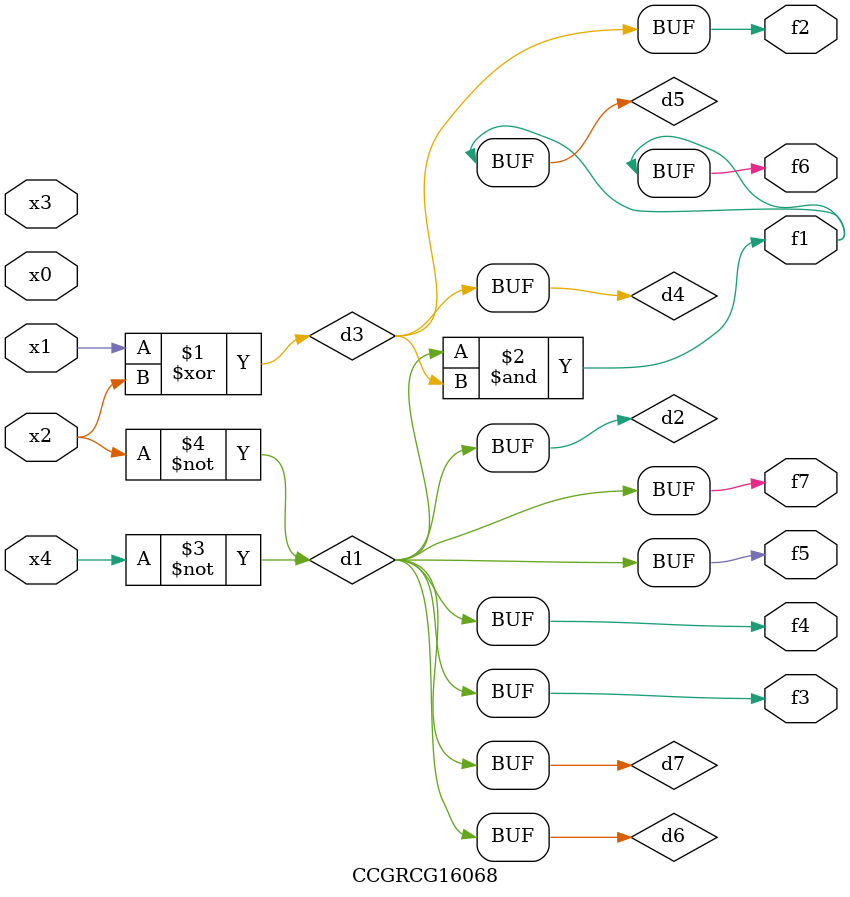
<source format=v>
module CCGRCG16068(
	input x0, x1, x2, x3, x4,
	output f1, f2, f3, f4, f5, f6, f7
);

	wire d1, d2, d3, d4, d5, d6, d7;

	not (d1, x4);
	not (d2, x2);
	xor (d3, x1, x2);
	buf (d4, d3);
	and (d5, d1, d3);
	buf (d6, d1, d2);
	buf (d7, d2);
	assign f1 = d5;
	assign f2 = d4;
	assign f3 = d7;
	assign f4 = d7;
	assign f5 = d7;
	assign f6 = d5;
	assign f7 = d7;
endmodule

</source>
